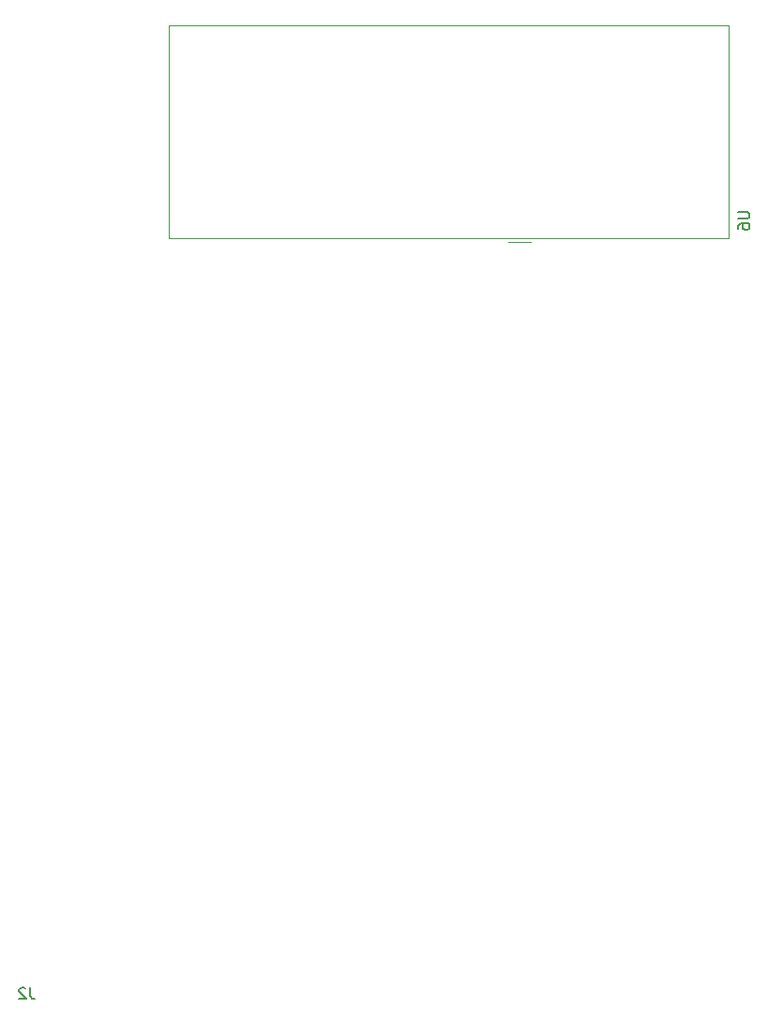
<source format=gbo>
G04 #@! TF.GenerationSoftware,KiCad,Pcbnew,(5.1.0-0)*
G04 #@! TF.CreationDate,2019-07-17T00:11:31+01:00*
G04 #@! TF.ProjectId,Face6,46616365-362e-46b6-9963-61645f706362,rev?*
G04 #@! TF.SameCoordinates,Original*
G04 #@! TF.FileFunction,Legend,Bot*
G04 #@! TF.FilePolarity,Positive*
%FSLAX46Y46*%
G04 Gerber Fmt 4.6, Leading zero omitted, Abs format (unit mm)*
G04 Created by KiCad (PCBNEW (5.1.0-0)) date 2019-07-17 00:11:31*
%MOMM*%
%LPD*%
G04 APERTURE LIST*
%ADD10C,0.120000*%
%ADD11C,0.150000*%
G04 APERTURE END LIST*
D10*
X233296000Y-57626000D02*
X233296000Y-38386000D01*
X233296000Y-57626000D02*
X182756000Y-57626000D01*
X182756000Y-57626000D02*
X182756000Y-38386000D01*
X182756000Y-38386000D02*
X233296000Y-38386000D01*
X215376000Y-58006000D02*
X213376000Y-58006000D01*
D11*
X234138380Y-55264095D02*
X234947904Y-55264095D01*
X235043142Y-55311714D01*
X235090761Y-55359333D01*
X235138380Y-55454571D01*
X235138380Y-55645047D01*
X235090761Y-55740285D01*
X235043142Y-55787904D01*
X234947904Y-55835523D01*
X234138380Y-55835523D01*
X234138380Y-56740285D02*
X234138380Y-56549809D01*
X234186000Y-56454571D01*
X234233619Y-56406952D01*
X234376476Y-56311714D01*
X234566952Y-56264095D01*
X234947904Y-56264095D01*
X235043142Y-56311714D01*
X235090761Y-56359333D01*
X235138380Y-56454571D01*
X235138380Y-56645047D01*
X235090761Y-56740285D01*
X235043142Y-56787904D01*
X234947904Y-56835523D01*
X234709809Y-56835523D01*
X234614571Y-56787904D01*
X234566952Y-56740285D01*
X234519333Y-56645047D01*
X234519333Y-56454571D01*
X234566952Y-56359333D01*
X234614571Y-56311714D01*
X234709809Y-56264095D01*
X170208533Y-125301380D02*
X170208533Y-126015666D01*
X170256152Y-126158523D01*
X170351390Y-126253761D01*
X170494247Y-126301380D01*
X170589485Y-126301380D01*
X169779961Y-125396619D02*
X169732342Y-125349000D01*
X169637104Y-125301380D01*
X169399009Y-125301380D01*
X169303771Y-125349000D01*
X169256152Y-125396619D01*
X169208533Y-125491857D01*
X169208533Y-125587095D01*
X169256152Y-125729952D01*
X169827580Y-126301380D01*
X169208533Y-126301380D01*
M02*

</source>
